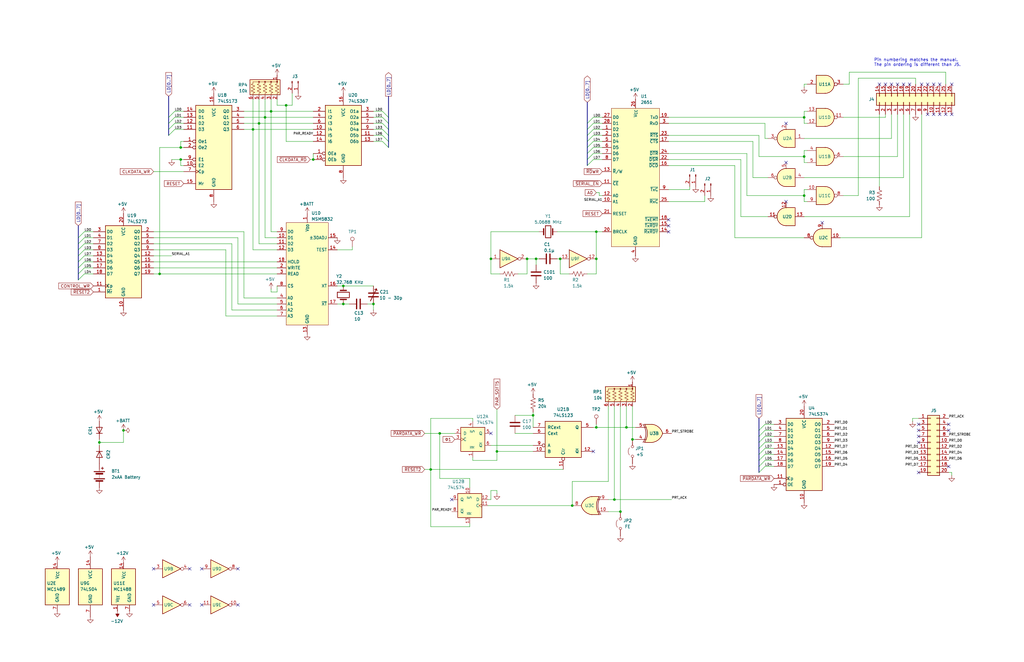
<source format=kicad_sch>
(kicad_sch (version 20231120) (generator "eeschema") (generator_version "8.0")
  (paper "USLedger")
  (title_block (title "Mountain Computer CPS Multifunction Card") (date "2024-08-20") (comment 2 "captured by Mark Aikens") (comment 3 "by Mountain Computer") (comment 4 "Multifunction Clock/Parallel/Serial interface for Apple II"))
  (junction (at 76.2 62.23))
  (junction (at 144.78 128.27))
  (junction (at 157.48 128.27))
  (junction (at 120.65 44.45))
  (junction (at 209.55 190.5))
  (junction (at 226.06 109.22))
  (junction (at 111.76 49.53))
  (junction (at 264.16 180.34))
  (junction (at 132.08 67.31))
  (junction (at 251.46 180.34))
  (junction (at 251.46 97.79))
  (junction (at 181.61 198.12))
  (junction (at 67.31 115.57))
  (junction (at 76.2 67.31))
  (junction (at 41.91 186.69))
  (junction (at 52.07 181.61))
  (junction (at 339.09 66.04))
  (junction (at 241.3 213.36))
  (junction (at 109.22 52.07))
  (junction (at 266.7 185.42))
  (junction (at 144.78 120.65))
  (junction (at 339.09 82.55))
  (junction (at 222.25 109.22))
  (junction (at 259.08 210.82))
  (junction (at 236.22 109.22))
  (junction (at 207.01 109.22))
  (junction (at 114.3 46.99))
  (junction (at 261.62 215.9))
  (junction (at 251.46 109.22))
  (junction (at 106.68 54.61))
  (junction (at 185.42 182.88))
  (junction (at 224.79 175.26))
  (junction (at 339.09 49.53))
  (no_connect (at 64.77 240.03))
  (no_connect (at 85.09 240.03))
  (no_connect (at 190.5 210.82))
  (no_connect (at 387.35 184.15))
  (no_connect (at 373.38 35.56))
  (no_connect (at 207.01 182.88))
  (no_connect (at 281.94 92.71))
  (no_connect (at 388.62 35.56))
  (no_connect (at 387.35 199.39))
  (no_connect (at 393.7 35.56))
  (no_connect (at 391.16 48.26))
  (no_connect (at 100.33 240.03))
  (no_connect (at 391.16 35.56))
  (no_connect (at 331.47 85.09))
  (no_connect (at 381 35.56))
  (no_connect (at 387.35 179.07))
  (no_connect (at 80.01 255.27))
  (no_connect (at 393.7 48.26))
  (no_connect (at 85.09 255.27))
  (no_connect (at 100.33 255.27))
  (no_connect (at 64.77 255.27))
  (no_connect (at 375.92 35.56))
  (no_connect (at 370.84 35.56))
  (no_connect (at 387.35 181.61))
  (no_connect (at 396.24 35.56))
  (no_connect (at 387.35 186.69))
  (no_connect (at 331.47 52.07))
  (no_connect (at 401.32 35.56))
  (no_connect (at 80.01 240.03))
  (no_connect (at 250.19 190.5))
  (no_connect (at 281.94 97.79))
  (no_connect (at 400.05 179.07))
  (no_connect (at 378.46 35.56))
  (no_connect (at 331.47 68.58))
  (no_connect (at 401.32 48.26))
  (no_connect (at 400.05 196.85))
  (no_connect (at 346.71 93.98))
  (no_connect (at 281.94 95.25))
  (no_connect (at 383.54 35.56))
  (no_connect (at 400.05 181.61))
  (no_connect (at 398.78 48.26))
  (no_connect (at 396.24 48.26))
  (bus_entry (at 322.58 191.77) (size -2.54 2.54))
  (bus_entry (at 35.56 107.95) (size -2.54 2.54))
  (bus_entry (at 161.29 46.99) (size 2.54 2.54))
  (bus_entry (at 250.19 49.53) (size -2.54 2.54))
  (bus_entry (at 250.19 57.15) (size -2.54 2.54))
  (bus_entry (at 322.58 186.69) (size -2.54 2.54))
  (bus_entry (at 161.29 49.53) (size 2.54 2.54))
  (bus_entry (at 35.56 102.87) (size -2.54 2.54))
  (bus_entry (at 161.29 57.15) (size 2.54 2.54))
  (bus_entry (at 73.66 52.07) (size -2.54 2.54))
  (bus_entry (at 73.66 49.53) (size -2.54 2.54))
  (bus_entry (at 35.56 97.79) (size -2.54 2.54))
  (bus_entry (at 35.56 110.49) (size -2.54 2.54))
  (bus_entry (at 35.56 105.41) (size -2.54 2.54))
  (bus_entry (at 250.19 67.31) (size -2.54 2.54))
  (bus_entry (at 322.58 196.85) (size -2.54 2.54))
  (bus_entry (at 35.56 100.33) (size -2.54 2.54))
  (bus_entry (at 250.19 62.23) (size -2.54 2.54))
  (bus_entry (at 322.58 194.31) (size -2.54 2.54))
  (bus_entry (at 250.19 52.07) (size -2.54 2.54))
  (bus_entry (at 322.58 189.23) (size -2.54 2.54))
  (bus_entry (at 35.56 115.57) (size -2.54 2.54))
  (bus_entry (at 322.58 184.15) (size -2.54 2.54))
  (bus_entry (at 35.56 113.03) (size -2.54 2.54))
  (bus_entry (at 250.19 59.69) (size -2.54 2.54))
  (bus_entry (at 161.29 59.69) (size 2.54 2.54))
  (bus_entry (at 161.29 52.07) (size 2.54 2.54))
  (bus_entry (at 73.66 54.61) (size -2.54 2.54))
  (bus_entry (at 250.19 54.61) (size -2.54 2.54))
  (bus_entry (at 73.66 46.99) (size -2.54 2.54))
  (bus_entry (at 250.19 64.77) (size -2.54 2.54))
  (bus_entry (at 161.29 54.61) (size 2.54 2.54))
  (bus_entry (at 322.58 179.07) (size -2.54 2.54))
  (bus_entry (at 322.58 181.61) (size -2.54 2.54))
  (wire (pts (xy 132.08 59.69) (xy 120.65 59.69)))
  (wire (pts (xy 64.77 105.41) (xy 95.25 105.41)))
  (wire (pts (xy 209.55 190.5) (xy 224.79 190.5)))
  (wire (pts (xy 130.81 67.31) (xy 132.08 67.31)))
  (wire (pts (xy 35.56 113.03) (xy 39.37 113.03)))
  (wire (pts (xy 102.87 97.79) (xy 102.87 125.73)))
  (wire (pts (xy 157.48 57.15) (xy 161.29 57.15)))
  (wire (pts (xy 354.33 100.33) (xy 388.62 100.33)))
  (wire (pts (xy 322.58 184.15) (xy 326.39 184.15)))
  (bus (pts (xy 163.83 57.15) (xy 163.83 59.69)))
  (wire (pts (xy 116.84 41.91) (xy 116.84 44.45)))
  (wire (pts (xy 207.01 97.79) (xy 207.01 109.22)))
  (wire (pts (xy 250.19 62.23) (xy 254 62.23)))
  (wire (pts (xy 387.35 176.53) (xy 384.81 176.53)))
  (wire (pts (xy 73.66 49.53) (xy 77.47 49.53)))
  (wire (pts (xy 259.08 210.82) (xy 283.21 210.82)))
  (wire (pts (xy 317.5 74.93) (xy 323.85 74.93)))
  (wire (pts (xy 116.84 44.45) (xy 120.65 44.45)))
  (wire (pts (xy 355.6 66.04) (xy 378.46 66.04)))
  (wire (pts (xy 217.17 175.26) (xy 224.79 175.26)))
  (wire (pts (xy 114.3 46.99) (xy 114.3 97.79)))
  (wire (pts (xy 224.79 180.34) (xy 224.79 175.26)))
  (wire (pts (xy 199.39 194.31) (xy 209.55 194.31)))
  (wire (pts (xy 106.68 105.41) (xy 116.84 105.41)))
  (bus (pts (xy 33.02 95.25) (xy 33.02 100.33)))
  (wire (pts (xy 73.66 46.99) (xy 77.47 46.99)))
  (wire (pts (xy 250.19 54.61) (xy 254 54.61)))
  (wire (pts (xy 35.56 107.95) (xy 39.37 107.95)))
  (wire (pts (xy 240.03 115.57) (xy 236.22 115.57)))
  (wire (pts (xy 388.62 100.33) (xy 388.62 48.26)))
  (bus (pts (xy 320.04 181.61) (xy 320.04 184.15)))
  (wire (pts (xy 373.38 49.53) (xy 373.38 48.26)))
  (wire (pts (xy 320.04 66.04) (xy 339.09 66.04)))
  (wire (pts (xy 95.25 133.35) (xy 116.84 133.35)))
  (bus (pts (xy 247.65 62.23) (xy 247.65 64.77)))
  (wire (pts (xy 106.68 54.61) (xy 106.68 105.41)))
  (wire (pts (xy 234.95 109.22) (xy 236.22 109.22)))
  (wire (pts (xy 114.3 123.19) (xy 116.84 123.19)))
  (wire (pts (xy 251.46 97.79) (xy 251.46 109.22)))
  (wire (pts (xy 35.56 100.33) (xy 39.37 100.33)))
  (wire (pts (xy 281.94 80.01) (xy 290.83 80.01)))
  (bus (pts (xy 33.02 110.49) (xy 33.02 113.03)))
  (wire (pts (xy 281.94 52.07) (xy 322.58 52.07)))
  (wire (pts (xy 250.19 49.53) (xy 254 49.53)))
  (wire (pts (xy 52.07 181.61) (xy 52.07 186.69)))
  (wire (pts (xy 261.62 215.9) (xy 256.54 215.9)))
  (wire (pts (xy 322.58 181.61) (xy 326.39 181.61)))
  (bus (pts (xy 247.65 52.07) (xy 247.65 54.61)))
  (wire (pts (xy 381 74.93) (xy 381 48.26)))
  (wire (pts (xy 312.42 91.44) (xy 323.85 91.44)))
  (wire (pts (xy 132.08 67.31) (xy 132.08 64.77)))
  (wire (pts (xy 355.6 49.53) (xy 373.38 49.53)))
  (wire (pts (xy 250.19 52.07) (xy 254 52.07)))
  (wire (pts (xy 250.19 57.15) (xy 254 57.15)))
  (wire (pts (xy 114.3 46.99) (xy 132.08 46.99)))
  (wire (pts (xy 339.09 46.99) (xy 339.09 49.53)))
  (wire (pts (xy 77.47 59.69) (xy 76.2 59.69)))
  (wire (pts (xy 205.74 213.36) (xy 241.3 213.36)))
  (wire (pts (xy 41.91 185.42) (xy 41.91 186.69)))
  (wire (pts (xy 181.61 176.53) (xy 199.39 176.53)))
  (wire (pts (xy 109.22 102.87) (xy 116.84 102.87)))
  (wire (pts (xy 64.77 100.33) (xy 100.33 100.33)))
  (wire (pts (xy 157.48 46.99) (xy 161.29 46.99)))
  (wire (pts (xy 320.04 66.04) (xy 320.04 57.15)))
  (wire (pts (xy 77.47 67.31) (xy 76.2 67.31)))
  (wire (pts (xy 339.09 52.07) (xy 339.09 49.53)))
  (wire (pts (xy 73.66 52.07) (xy 77.47 52.07)))
  (wire (pts (xy 106.68 41.91) (xy 106.68 54.61)))
  (wire (pts (xy 123.19 39.37) (xy 123.19 44.45)))
  (wire (pts (xy 198.12 205.74) (xy 198.12 201.93)))
  (wire (pts (xy 185.42 182.88) (xy 191.77 182.88)))
  (wire (pts (xy 247.65 115.57) (xy 251.46 115.57)))
  (wire (pts (xy 148.59 105.41) (xy 148.59 104.14)))
  (bus (pts (xy 247.65 57.15) (xy 247.65 59.69)))
  (wire (pts (xy 251.46 97.79) (xy 254 97.79)))
  (wire (pts (xy 198.12 201.93) (xy 185.42 201.93)))
  (wire (pts (xy 386.08 33.02) (xy 386.08 35.56)))
  (bus (pts (xy 33.02 102.87) (xy 33.02 105.41)))
  (bus (pts (xy 33.02 115.57) (xy 33.02 118.11)))
  (wire (pts (xy 102.87 54.61) (xy 106.68 54.61)))
  (wire (pts (xy 207.01 187.96) (xy 224.79 187.96)))
  (bus (pts (xy 163.83 52.07) (xy 163.83 54.61)))
  (wire (pts (xy 297.18 85.09) (xy 281.94 85.09)))
  (wire (pts (xy 97.79 130.81) (xy 116.84 130.81)))
  (bus (pts (xy 320.04 176.53) (xy 320.04 181.61)))
  (bus (pts (xy 33.02 105.41) (xy 33.02 107.95)))
  (wire (pts (xy 64.77 115.57) (xy 67.31 115.57)))
  (wire (pts (xy 102.87 46.99) (xy 114.3 46.99)))
  (bus (pts (xy 320.04 184.15) (xy 320.04 186.69)))
  (wire (pts (xy 340.36 35.56) (xy 339.09 35.56)))
  (wire (pts (xy 236.22 115.57) (xy 236.22 109.22)))
  (wire (pts (xy 35.56 105.41) (xy 39.37 105.41)))
  (wire (pts (xy 97.79 102.87) (xy 97.79 130.81)))
  (bus (pts (xy 320.04 191.77) (xy 320.04 194.31)))
  (bus (pts (xy 163.83 40.64) (xy 163.83 49.53)))
  (wire (pts (xy 314.96 64.77) (xy 314.96 82.55)))
  (wire (pts (xy 281.94 69.85) (xy 309.88 69.85)))
  (wire (pts (xy 251.46 81.28) (xy 252.73 81.28)))
  (wire (pts (xy 314.96 82.55) (xy 339.09 82.55)))
  (wire (pts (xy 102.87 125.73) (xy 116.84 125.73)))
  (wire (pts (xy 322.58 191.77) (xy 326.39 191.77)))
  (wire (pts (xy 312.42 67.31) (xy 312.42 91.44)))
  (bus (pts (xy 247.65 64.77) (xy 247.65 67.31)))
  (wire (pts (xy 320.04 57.15) (xy 281.94 57.15)))
  (wire (pts (xy 261.62 171.45) (xy 261.62 215.9)))
  (wire (pts (xy 322.58 196.85) (xy 326.39 196.85)))
  (wire (pts (xy 100.33 128.27) (xy 116.84 128.27)))
  (wire (pts (xy 227.33 109.22) (xy 226.06 109.22)))
  (wire (pts (xy 358.14 35.56) (xy 358.14 30.48)))
  (wire (pts (xy 322.58 58.42) (xy 323.85 58.42)))
  (bus (pts (xy 247.65 59.69) (xy 247.65 62.23)))
  (wire (pts (xy 401.32 199.39) (xy 400.05 199.39)))
  (wire (pts (xy 370.84 48.26) (xy 370.84 78.74)))
  (wire (pts (xy 317.5 74.93) (xy 317.5 59.69)))
  (bus (pts (xy 163.83 49.53) (xy 163.83 52.07)))
  (wire (pts (xy 224.79 173.99) (xy 224.79 175.26)))
  (bus (pts (xy 320.04 194.31) (xy 320.04 196.85)))
  (wire (pts (xy 339.09 68.58) (xy 340.36 68.58)))
  (wire (pts (xy 358.14 30.48) (xy 398.78 30.48)))
  (wire (pts (xy 224.79 182.88) (xy 217.17 182.88)))
  (wire (pts (xy 340.36 80.01) (xy 339.09 80.01)))
  (bus (pts (xy 71.12 52.07) (xy 71.12 54.61)))
  (wire (pts (xy 207.01 210.82) (xy 205.74 210.82)))
  (wire (pts (xy 339.09 66.04) (xy 339.09 68.58)))
  (wire (pts (xy 355.6 82.55) (xy 361.95 82.55)))
  (wire (pts (xy 222.25 109.22) (xy 226.06 109.22)))
  (wire (pts (xy 383.54 91.44) (xy 383.54 48.26)))
  (wire (pts (xy 250.19 59.69) (xy 254 59.69)))
  (wire (pts (xy 264.16 171.45) (xy 264.16 180.34)))
  (wire (pts (xy 207.01 109.22) (xy 207.01 115.57)))
  (wire (pts (xy 109.22 52.07) (xy 132.08 52.07)))
  (wire (pts (xy 35.56 102.87) (xy 39.37 102.87)))
  (bus (pts (xy 71.12 54.61) (xy 71.12 57.15)))
  (wire (pts (xy 67.31 115.57) (xy 67.31 62.23)))
  (wire (pts (xy 339.09 58.42) (xy 375.92 58.42)))
  (wire (pts (xy 222.25 115.57) (xy 218.44 115.57)))
  (wire (pts (xy 199.39 176.53) (xy 199.39 177.8)))
  (wire (pts (xy 252.73 82.55) (xy 254 82.55)))
  (wire (pts (xy 358.14 35.56) (xy 355.6 35.56)))
  (wire (pts (xy 157.48 52.07) (xy 161.29 52.07)))
  (wire (pts (xy 199.39 193.04) (xy 199.39 194.31)))
  (wire (pts (xy 64.77 72.39) (xy 77.47 72.39)))
  (wire (pts (xy 250.19 64.77) (xy 254 64.77)))
  (wire (pts (xy 106.68 54.61) (xy 132.08 54.61)))
  (wire (pts (xy 144.78 120.65) (xy 157.48 120.65)))
  (wire (pts (xy 109.22 41.91) (xy 109.22 52.07)))
  (wire (pts (xy 95.25 105.41) (xy 95.25 133.35)))
  (wire (pts (xy 340.36 52.07) (xy 339.09 52.07)))
  (wire (pts (xy 144.78 128.27) (xy 147.32 128.27)))
  (wire (pts (xy 210.82 115.57) (xy 207.01 115.57)))
  (wire (pts (xy 251.46 180.34) (xy 251.46 179.07)))
  (wire (pts (xy 251.46 180.34) (xy 264.16 180.34)))
  (wire (pts (xy 111.76 49.53) (xy 132.08 49.53)))
  (wire (pts (xy 339.09 80.01) (xy 339.09 82.55)))
  (wire (pts (xy 76.2 69.85) (xy 76.2 67.31)))
  (wire (pts (xy 157.48 59.69) (xy 161.29 59.69)))
  (wire (pts (xy 142.24 128.27) (xy 144.78 128.27)))
  (bus (pts (xy 163.83 54.61) (xy 163.83 57.15)))
  (wire (pts (xy 317.5 59.69) (xy 281.94 59.69)))
  (wire (pts (xy 297.18 82.55) (xy 297.18 85.09)))
  (wire (pts (xy 120.65 44.45) (xy 120.65 59.69)))
  (bus (pts (xy 320.04 196.85) (xy 320.04 199.39)))
  (wire (pts (xy 41.91 186.69) (xy 52.07 186.69)))
  (wire (pts (xy 207.01 207.01) (xy 209.55 207.01)))
  (wire (pts (xy 114.3 41.91) (xy 114.3 46.99)))
  (wire (pts (xy 111.76 49.53) (xy 111.76 100.33)))
  (wire (pts (xy 290.83 80.01) (xy 290.83 78.74)))
  (wire (pts (xy 73.66 54.61) (xy 77.47 54.61)))
  (wire (pts (xy 41.91 186.69) (xy 41.91 187.96)))
  (wire (pts (xy 241.3 213.36) (xy 241.3 203.2)))
  (wire (pts (xy 207.01 207.01) (xy 207.01 210.82)))
  (bus (pts (xy 320.04 189.23) (xy 320.04 191.77)))
  (bus (pts (xy 320.04 186.69) (xy 320.04 189.23)))
  (wire (pts (xy 226.06 111.76) (xy 226.06 109.22)))
  (wire (pts (xy 72.39 107.95) (xy 64.77 107.95)))
  (wire (pts (xy 322.58 179.07) (xy 326.39 179.07)))
  (wire (pts (xy 102.87 52.07) (xy 109.22 52.07)))
  (bus (pts (xy 163.83 59.69) (xy 163.83 62.23)))
  (wire (pts (xy 401.32 200.66) (xy 401.32 199.39)))
  (wire (pts (xy 154.94 128.27) (xy 157.48 128.27)))
  (wire (pts (xy 322.58 189.23) (xy 326.39 189.23)))
  (wire (pts (xy 339.09 91.44) (xy 383.54 91.44)))
  (wire (pts (xy 266.7 171.45) (xy 266.7 185.42)))
  (wire (pts (xy 67.31 115.57) (xy 116.84 115.57)))
  (wire (pts (xy 250.19 67.31) (xy 254 67.31)))
  (wire (pts (xy 76.2 59.69) (xy 76.2 62.23)))
  (wire (pts (xy 142.24 120.65) (xy 144.78 120.65)))
  (wire (pts (xy 181.61 198.12) (xy 237.49 198.12)))
  (wire (pts (xy 185.42 201.93) (xy 185.42 182.88)))
  (wire (pts (xy 266.7 185.42) (xy 267.97 185.42)))
  (wire (pts (xy 339.09 74.93) (xy 381 74.93)))
  (wire (pts (xy 157.48 54.61) (xy 161.29 54.61)))
  (wire (pts (xy 281.94 67.31) (xy 312.42 67.31)))
  (bus (pts (xy 247.65 67.31) (xy 247.65 69.85)))
  (wire (pts (xy 339.09 35.56) (xy 339.09 36.83)))
  (wire (pts (xy 64.77 113.03) (xy 116.84 113.03)))
  (bus (pts (xy 33.02 107.95) (xy 33.02 110.49)))
  (wire (pts (xy 198.12 222.25) (xy 198.12 220.98)))
  (wire (pts (xy 35.56 97.79) (xy 39.37 97.79)))
  (wire (pts (xy 35.56 110.49) (xy 39.37 110.49)))
  (wire (pts (xy 309.88 100.33) (xy 339.09 100.33)))
  (wire (pts (xy 309.88 69.85) (xy 309.88 100.33)))
  (wire (pts (xy 256.54 210.82) (xy 259.08 210.82)))
  (wire (pts (xy 251.46 115.57) (xy 251.46 109.22)))
  (wire (pts (xy 123.19 44.45) (xy 120.65 44.45)))
  (wire (pts (xy 109.22 52.07) (xy 109.22 102.87)))
  (wire (pts (xy 100.33 100.33) (xy 100.33 128.27)))
  (wire (pts (xy 114.3 97.79) (xy 116.84 97.79)))
  (wire (pts (xy 339.09 85.09) (xy 340.36 85.09)))
  (wire (pts (xy 111.76 41.91) (xy 111.76 49.53)))
  (bus (pts (xy 71.12 40.64) (xy 71.12 49.53)))
  (wire (pts (xy 157.48 130.81) (xy 157.48 128.27)))
  (wire (pts (xy 102.87 49.53) (xy 111.76 49.53)))
  (wire (pts (xy 322.58 58.42) (xy 322.58 52.07)))
  (wire (pts (xy 111.76 100.33) (xy 116.84 100.33)))
  (wire (pts (xy 398.78 35.56) (xy 398.78 30.48)))
  (wire (pts (xy 35.56 115.57) (xy 39.37 115.57)))
  (wire (pts (xy 281.94 49.53) (xy 339.09 49.53)))
  (wire (pts (xy 157.48 49.53) (xy 161.29 49.53)))
  (wire (pts (xy 209.55 190.5) (xy 209.55 194.31)))
  (wire (pts (xy 179.07 182.88) (xy 185.42 182.88)))
  (wire (pts (xy 250.19 180.34) (xy 251.46 180.34)))
  (wire (pts (xy 209.55 172.72) (xy 209.55 190.5)))
  (wire (pts (xy 142.24 105.41) (xy 148.59 105.41)))
  (wire (pts (xy 181.61 198.12) (xy 181.61 222.25)))
  (wire (pts (xy 252.73 81.28) (xy 252.73 82.55)))
  (wire (pts (xy 340.36 46.99) (xy 339.09 46.99)))
  (wire (pts (xy 222.25 109.22) (xy 222.25 115.57)))
  (wire (pts (xy 76.2 62.23) (xy 77.47 62.23)))
  (wire (pts (xy 207.01 97.79) (xy 227.33 97.79)))
  (wire (pts (xy 241.3 203.2) (xy 256.54 203.2)))
  (wire (pts (xy 259.08 171.45) (xy 259.08 210.82)))
  (wire (pts (xy 64.77 102.87) (xy 97.79 102.87)))
  (wire (pts (xy 64.77 110.49) (xy 116.84 110.49)))
  (wire (pts (xy 322.58 194.31) (xy 326.39 194.31)))
  (wire (pts (xy 375.92 58.42) (xy 375.92 48.26)))
  (bus (pts (xy 33.02 100.33) (xy 33.02 102.87)))
  (wire (pts (xy 67.31 62.23) (xy 76.2 62.23)))
  (wire (pts (xy 281.94 64.77) (xy 314.96 64.77)))
  (wire (pts (xy 209.55 207.01) (xy 209.55 208.28)))
  (wire (pts (xy 322.58 186.69) (xy 326.39 186.69)))
  (wire (pts (xy 234.95 97.79) (xy 251.46 97.79)))
  (wire (pts (xy 256.54 171.45) (xy 256.54 203.2)))
  (bus (pts (xy 247.65 54.61) (xy 247.65 57.15)))
  (wire (pts (xy 264.16 180.34) (xy 267.97 180.34)))
  (wire (pts (xy 378.46 66.04) (xy 378.46 48.26)))
  (wire (pts (xy 361.95 33.02) (xy 361.95 82.55)))
  (wire (pts (xy 179.07 198.12) (xy 181.61 198.12)))
  (wire (pts (xy 198.12 222.25) (xy 181.61 222.25)))
  (bus (pts (xy 247.65 43.18) (xy 247.65 52.07)))
  (wire (pts (xy 384.81 176.53) (xy 384.81 177.8)))
  (wire (pts (xy 116.84 123.19) (xy 116.84 120.65)))
  (wire (pts (xy 114.3 123.19) (xy 114.3 121.92)))
  (wire (pts (xy 181.61 198.12) (xy 181.61 176.53)))
  (wire (pts (xy 64.77 97.79) (xy 102.87 97.79)))
  (bus (pts (xy 71.12 49.53) (xy 71.12 52.07)))
  (wire (pts (xy 361.95 33.02) (xy 386.08 33.02)))
  (wire (pts (xy 77.47 69.85) (xy 76.2 69.85)))
  (wire (pts (xy 339.09 63.5) (xy 339.09 66.04)))
  (wire (pts (xy 340.36 63.5) (xy 339.09 63.5)))
  (wire (pts (xy 339.09 82.55) (xy 339.09 85.09)))
  (wire (pts (xy 76.2 67.31) (xy 72.39 67.31)))
  (bus (pts (xy 33.02 113.03) (xy 33.02 115.57)))
  (text "Pin numbering matches the manual.\nThe pin ordering is different than J5." (at 368.554 26.416 0) (effects (font (size 1.27 1.27)) (justify left)))
  (label "LD7" (at 161.29 59.69 180) (effects (font (size 1 1))))
  (label "LD0" (at 250.19 49.53 0) (effects (font (size 1 1))))
  (label "PRT_D5" (at 351.79 194.31 0) (effects (font (size 1 1))))
  (label "LD3" (at 322.58 186.69 0) (effects (font (size 1 1))))
  (label "LD2" (at 322.58 184.15 0) (effects (font (size 1 1))))
  (label "PRT_D3" (at 387.35 191.77 180) (effects (font (size 1 1))))
  (label "LD0" (at 322.58 179.07 0) (effects (font (size 1 1))))
  (label "LD3" (at 35.56 105.41 0) (effects (font (size 1 1))))
  (label "LD0" (at 73.66 46.99 0) (effects (font (size 1 1))))
  (label "PRT_D1" (at 351.79 181.61 0) (effects (font (size 1 1))))
  (label "PRT_D5" (at 387.35 194.31 180) (effects (font (size 1 1))))
  (label "PRT_D0" (at 400.05 186.69 0) (effects (font (size 1 1))))
  (label "LD5" (at 322.58 194.31 0) (effects (font (size 1 1))))
  (label "LD7" (at 35.56 107.95 0) (effects (font (size 1 1))))
  (label "LD0" (at 35.56 97.79 0) (effects (font (size 1 1))))
  (label "LD7" (at 250.19 67.31 0) (effects (font (size 1 1))))
  (label "LD4" (at 322.58 196.85 0) (effects (font (size 1 1))))
  (label "LD1" (at 73.66 49.53 0) (effects (font (size 1 1))))
  (label "LD2" (at 161.29 52.07 180) (effects (font (size 1 1))))
  (label "PRT_ACK" (at 283.21 210.82 0) (effects (font (size 1 1))))
  (label "LD6" (at 161.29 57.15 180) (effects (font (size 1 1))))
  (label "LD1" (at 161.29 49.53 180) (effects (font (size 1 1))))
  (label "LD3" (at 250.19 57.15 0) (effects (font (size 1 1))))
  (label "LD1" (at 322.58 181.61 0) (effects (font (size 1 1))))
  (label "LD3" (at 161.29 54.61 180) (effects (font (size 1 1))))
  (label "PRT_D7" (at 387.35 196.85 180) (effects (font (size 1 1))))
  (label "PRT_D4" (at 351.79 196.85 0) (effects (font (size 1 1))))
  (label "PRT_D6" (at 351.79 191.77 0) (effects (font (size 1 1))))
  (label "PRT_D4" (at 400.05 191.77 0) (effects (font (size 1 1))))
  (label "PRT_D7" (at 351.79 189.23 0) (effects (font (size 1 1))))
  (label "LD5" (at 35.56 113.03 0) (effects (font (size 1 1))))
  (label "LD5" (at 250.19 62.23 0) (effects (font (size 1 1))))
  (label "PRT_D0" (at 351.79 179.07 0) (effects (font (size 1 1))))
  (label "SERIAL_A1" (at 72.39 107.95 0) (effects (font (size 1 1))))
  (label "LD4" (at 250.19 59.69 0) (effects (font (size 1 1))))
  (label "LD6" (at 322.58 191.77 0) (effects (font (size 1 1))))
  (label "PRT_STROBE" (at 400.05 184.15 0) (effects (font (size 1 1))))
  (label "PRT_D6" (at 400.05 194.31 0) (effects (font (size 1 1))))
  (label "PAR_READY" (at 190.5 215.9 180) (effects (font (size 1 1))))
  (label "PRT_D3" (at 351.79 186.69 0) (effects (font (size 1 1))))
  (label "PRT_D2" (at 400.05 189.23 0) (effects (font (size 1 1))))
  (label "PRT_D2" (at 351.79 184.15 0) (effects (font (size 1 1))))
  (label "LD6" (at 35.56 110.49 0) (effects (font (size 1 1))))
  (label "SERIAL_A1" (at 254 85.09 180) (effects (font (size 1 1))))
  (label "LD4" (at 35.56 115.57 0) (effects (font (size 1 1))))
  (label "LD0" (at 161.29 46.99 180) (effects (font (size 1 1))))
  (label "PRT_ACK" (at 400.05 176.53 0) (effects (font (size 1 1))))
  (label "LD7" (at 322.58 189.23 0) (effects (font (size 1 1))))
  (label "LD2" (at 73.66 52.07 0) (effects (font (size 1 1))))
  (label "PRT_STROBE" (at 283.21 182.88 0) (effects (font (size 1 1))))
  (label "LD3" (at 73.66 54.61 0) (effects (font (size 1 1))))
  (label "LD1" (at 250.19 52.07 0) (effects (font (size 1 1))))
  (label "LD2" (at 250.19 54.61 0) (effects (font (size 1 1))))
  (label "LD2" (at 35.56 102.87 0) (effects (font (size 1 1))))
  (label "PRT_D1" (at 387.35 189.23 180) (effects (font (size 1 1))))
  (label "LD1" (at 35.56 100.33 0) (effects (font (size 1 1))))
  (label "LD6" (at 250.19 64.77 0) (effects (font (size 1 1))))
  (label "PAR_READY" (at 132.08 57.15 180) (effects (font (size 1 1))))
  (global_label "A0" (shape input) (at 251.46 81.28 180) (property "Intersheetrefs" "${INTERSHEET_REFS}" (effects (hide yes))))
  (global_label "~{RESET2}" (shape input) (at 39.37 123.19 180) (property "Intersheetrefs" "${INTERSHEET_REFS}" (effects (hide yes))))
  (global_label "LD[0..7]" (shape input) (at 320.04 176.53 90) (property "Intersheetrefs" "${INTERSHEET_REFS}" (effects (hide yes))))
  (global_label "Φ1" (shape input) (at 191.77 185.42 180) (property "Intersheetrefs" "${INTERSHEET_REFS}" (effects (hide yes))))
  (global_label "LD[0..7]" (shape output) (at 163.83 40.64 90) (property "Intersheetrefs" "${INTERSHEET_REFS}" (effects (hide yes))))
  (global_label "LD[0..7]" (shape bidirectional) (at 247.65 43.18 90) (property "Intersheetrefs" "${INTERSHEET_REFS}" (effects (hide yes))))
  (global_label "LD[0..7]" (shape input) (at 71.12 40.64 90) (property "Intersheetrefs" "${INTERSHEET_REFS}" (effects (hide yes))))
  (global_label "~{PARDATA_WR}" (shape input) (at 179.07 182.88 180) (property "Intersheetrefs" "${INTERSHEET_REFS}" (effects (hide yes))))
  (global_label "~{RESET2}" (shape input) (at 179.07 198.12 180) (property "Intersheetrefs" "${INTERSHEET_REFS}" (effects (hide yes))))
  (global_label "LD[0..7]" (shape input) (at 33.02 95.25 90) (property "Intersheetrefs" "${INTERSHEET_REFS}" (effects (hide yes))))
  (global_label "~{SERIAL_EN}" (shape input) (at 254 77.47 180) (property "Intersheetrefs" "${INTERSHEET_REFS}" (effects (hide yes))))
  (global_label "CONTROL_WR" (shape input) (at 39.37 120.65 180) (property "Intersheetrefs" "${INTERSHEET_REFS}" (effects (hide yes))))
  (global_label "~{RD}WR" (shape input) (at 254 72.39 180) (property "Intersheetrefs" "${INTERSHEET_REFS}" (effects (hide yes))))
  (global_label "CLKDATA_WR" (shape input) (at 64.77 72.39 180) (property "Intersheetrefs" "${INTERSHEET_REFS}" (effects (hide yes))))
  (global_label "~{CLKDATA_RD}" (shape input) (at 130.81 67.31 180) (property "Intersheetrefs" "${INTERSHEET_REFS}" (effects (hide yes))))
  (global_label "RESET" (shape input) (at 254 90.17 180) (property "Intersheetrefs" "${INTERSHEET_REFS}" (effects (hide yes))))
  (global_label "PAR_SOFT5" (shape input) (at 209.55 172.72 90) (property "Intersheetrefs" "${INTERSHEET_REFS}" (effects (hide yes))))
  (global_label "~{PARDATA_WR}" (shape input) (at 326.39 201.93 180) (property "Intersheetrefs" "${INTERSHEET_REFS}" (effects (hide yes))))
  (global_label "RESET" (shape input) (at 77.47 77.47 180) (property "Intersheetrefs" "${INTERSHEET_REFS}" (effects (hide yes))))
  (symbol (lib_id "74xx:74LS173") (at 90.17 62.23 0) (unit 1)
    (property "Reference" "U18" (at 91.694 40.132 0) (effects (justify left)))
    (property "Value" "74LS173" (at 91.694 42.672 0) (effects (justify left)))
    (property "Datasheet" "http://www.ti.com/lit/gpn/sn74LS173" (effects (hide yes)))
    (property "Description" "4-bit D-type Register, 3 state out" (effects (hide yes)))
  )
  (symbol (lib_id "power:+5V") (at 41.91 177.8 0) (unit 1)
    (property "Reference" "#PWR014" (effects (hide yes)))
    (property "Value" "+5V" (at 41.402 173.736 0))
    (property "Description" "Power symbol creates a global label with name \"+5V\"" (effects (hide yes)))
  )
  (symbol (lib_id "power:+5V") (at 266.7 161.29 0) (unit 1)
    (property "Reference" "#PWR056" (effects (hide yes)))
    (property "Value" "+5V" (at 266.192 157.226 0))
    (property "Description" "Power symbol creates a global label with name \"+5V\"" (effects (hide yes)))
  )
  (symbol (lib_id "Connector:Conn_01x02_Pin") (at 299.72 77.47 270) (unit 1)
    (property "Reference" "J2" (at 297.18 75.438 90) (effects (justify left)))
    (property "Value" "Conn_01x02_Pin" (effects (hide yes)))
    (property "Description" "Generic connector, single row, 01x02, script generated" (effects (hide yes)))
  )
  (symbol (lib_id "power:GND") (at 370.84 86.36 0) (unit 1)
    (property "Reference" "#PWR069" (effects (hide yes)))
    (property "Value" "GND" (effects (hide yes)))
    (property "Description" "Power symbol creates a global label with name \"GND\" , ground" (effects (hide yes)))
  )
  (symbol (lib_id "power:GND") (at 129.54 140.97 0) (unit 1)
    (property "Reference" "#PWR031" (effects (hide yes)))
    (property "Value" "GND" (effects (hide yes)))
    (property "Description" "Power symbol creates a global label with name \"GND\" , ground" (effects (hide yes)))
  )
  (symbol (lib_id "Device:C") (at 151.13 128.27 90) (unit 1)
    (property "Reference" "C13" (at 149.352 132.08 90) (effects (justify right)))
    (property "Value" "10" (at 149.352 134.62 90) (effects (justify right)))
    (property "Description" "Unpolarized capacitor" (effects (hide yes)))
  )
  (symbol (lib_id "74xx:74LS04") (at 92.71 240.03 0) (unit 4)
    (property "Reference" "U9" (at 91.44 240.03 0))
    (property "Value" "74LS04" (effects (hide yes)))
    (property "Datasheet" "http://www.ti.com/lit/gpn/sn74LS04" (effects (hide yes)))
    (property "Description" "Hex Inverter" (effects (hide yes)))
  )
  (symbol (lib_id "Connector:TestPoint") (at 148.59 104.14 0) (unit 1)
    (property "Reference" "TP1" (at 146.812 97.79 0) (effects (justify left)))
    (property "Value" "TestPoint" (effects (hide yes)))
    (property "Description" "test point" (effects (hide yes)))
  )
  (symbol (lib_id "power:GND") (at 38.1 260.35 0) (unit 1)
    (property "Reference" "#PWR09" (effects (hide yes)))
    (property "Value" "GND" (effects (hide yes)))
    (property "Description" "Power symbol creates a global label with name \"GND\" , ground" (effects (hide yes)))
  )
  (symbol (lib_id "power:GND") (at 125.73 39.37 0) (unit 1)
    (property "Reference" "#PWR029" (effects (hide yes)))
    (property "Value" "GND" (effects (hide yes)))
    (property "Description" "Power symbol creates a global label with name \"GND\" , ground" (effects (hide yes)))
  )
  (symbol (lib_id "Transceiver_Legacy:MC1488") (at 52.07 247.65 0) (unit 5)
    (property "Reference" "U11" (at 47.752 246.126 0) (effects (justify left)))
    (property "Value" "MC1488" (at 47.752 248.666 0) (effects (justify left)))
    (property "Datasheet" "https://www.onsemi.com/pdf/datasheet/mc1488-d.pdf" (effects (hide yes)))
    (property "Description" "Quad Line EIA-232D Driver" (effects (hide yes)))
  )
  (symbol (lib_id "power:GND") (at 386.08 48.26 0) (unit 1)
    (property "Reference" "#PWR071" (effects (hide yes)))
    (property "Value" "GND" (effects (hide yes)))
    (property "Description" "Power symbol creates a global label with name \"GND\" , ground" (effects (hide yes)))
  )
  (symbol (lib_id "Transceiver_Legacy:MC1489") (at 346.71 100.33 0) (mirror y) (unit 3)
    (property "Reference" "U2" (at 347.218 100.33 0))
    (property "Value" "MC1489" (effects (hide yes)))
    (property "Datasheet" "https://www.onsemi.com/pdf/datasheet/mc1489-d.pdf" (effects (hide yes)))
    (property "Description" "Quad Line EIA-232D Receivers" (effects (hide yes)))
  )
  (symbol (lib_id "Device:R_Network05_US") (at 261.62 166.37 0) (mirror y) (unit 1)
    (property "Reference" "RP1" (at 254 165.354 0) (effects (justify left)))
    (property "Value" "10k" (at 254 167.894 0) (effects (justify left)))
    (property "Footprint" "Resistor_THT:R_Array_SIP6" (effects (hide yes)))
    (property "Datasheet" "http://www.vishay.com/docs/31509/csc.pdf" (effects (hide yes)))
    (property "Description" "5 resistor network, star topology, bussed resistors, small US symbol" (effects (hide yes)))
  )
  (symbol (lib_id "74xx:74LS04") (at 38.1 247.65 0) (unit 7)
    (property "Reference" "U9" (at 33.782 246.126 0) (effects (justify left)))
    (property "Value" "74LS04" (at 33.782 248.666 0) (effects (justify left)))
    (property "Datasheet" "http://www.ti.com/lit/gpn/sn74LS04" (effects (hide yes)))
    (property "Description" "Hex Inverter" (effects (hide yes)))
  )
  (symbol (lib_id "Device:R_US") (at 243.84 115.57 90) (unit 1)
    (property "Reference" "R2" (at 241.3 118.11 90) (effects (justify right)))
    (property "Value" "1.5k" (at 241.3 120.65 90) (effects (justify right)))
    (property "Description" "Resistor, US symbol" (effects (hide yes)))
  )
  (symbol (lib_id "power:GND") (at 144.78 74.93 0) (unit 1)
    (property "Reference" "#PWR035" (effects (hide yes)))
    (property "Value" "GND" (effects (hide yes)))
    (property "Description" "Power symbol creates a global label with name \"GND\" , ground" (effects (hide yes)))
  )
  (symbol (lib_id "power:+5V") (at 339.09 171.45 0) (unit 1)
    (property "Reference" "#PWR064" (effects (hide yes)))
    (property "Value" "+5V" (at 338.582 167.386 0))
    (property "Description" "Power symbol creates a global label with name \"+5V\"" (effects (hide yes)))
  )
  (symbol (lib_id "power:+5V") (at 90.17 39.37 0) (unit 1)
    (property "Reference" "#PWR021" (effects (hide yes)))
    (property "Value" "+5V" (at 89.662 35.306 0))
    (property "Description" "Power symbol creates a global label with name \"+5V\"" (effects (hide yes)))
  )
  (symbol (lib_id "Transceiver_Legacy:MC1488") (at 347.98 66.04 0) (unit 2)
    (property "Reference" "U11" (at 347.726 66.04 0))
    (property "Value" "MC1488" (effects (hide yes)))
    (property "Datasheet" "https://www.onsemi.com/pdf/datasheet/mc1488-d.pdf" (effects (hide yes)))
    (property "Description" "Quad Line EIA-232D Driver" (effects (hide yes)))
  )
  (symbol (lib_id "power:GND") (at 339.09 36.83 0) (unit 1)
    (property "Reference" "#PWR067" (effects (hide yes)))
    (property "Value" "GND" (effects (hide yes)))
    (property "Description" "Power symbol creates a global label with name \"GND\" , ground" (effects (hide yes)))
  )
  (symbol (lib_id "74xx:74LS123") (at 237.49 185.42 0) (unit 2)
    (property "Reference" "U21" (at 237.49 172.72 0))
    (property "Value" "74LS123" (at 237.49 175.26 0))
    (property "Datasheet" "http://www.ti.com/lit/gpn/sn74LS123" (effects (hide yes)))
    (property "Description" "Dual retriggerable Monostable" (effects (hide yes)))
  )
  (symbol (lib_id "Connector:Conn_01x02_Pin") (at 293.37 73.66 270) (unit 1)
    (property "Reference" "J1" (at 290.83 71.628 90) (effects (justify left)))
    (property "Value" "Conn_01x02_Pin" (effects (hide yes)))
    (property "Description" "Generic connector, single row, 01x02, script generated" (effects (hide yes)))
  )
  (symbol (lib_id "Device:Crystal") (at 144.78 124.46 90) (unit 1)
    (property "Reference" "Y2" (at 141.732 116.586 90) (effects (justify right)))
    (property "Value" "32.768 KHz" (at 141.732 119.126 90) (effects (justify right)))
    (property "Description" "Two pin crystal" (effects (hide yes)))
  )
  (symbol (lib_id "Transceiver_Legacy:MC1488") (at 347.98 82.55 0) (unit 3)
    (property "Reference" "U11" (at 347.726 82.55 0))
    (property "Value" "MC1488" (effects (hide yes)))
    (property "Datasheet" "https://www.onsemi.com/pdf/datasheet/mc1488-d.pdf" (effects (hide yes)))
    (property "Description" "Quad Line EIA-232D Driver" (effects (hide yes)))
  )
  (symbol (lib_id "Device:R_US") (at 224.79 170.18 0) (unit 1)
    (property "Reference" "R5" (at 226.822 168.91 0) (effects (justify left)))
    (property "Value" "20k" (at 226.822 171.45 0) (effects (justify left)))
    (property "Description" "Resistor, US symbol" (effects (hide yes)))
  )
  (symbol (lib_id "power:PWR_FLAG") (at 52.07 181.61 270) (unit 1)
    (property "Reference" "#FLG01" (effects (hide yes)))
    (property "Value" "PWR_FLAG" (effects (hide yes)))
    (property "Description" "Special symbol for telling ERC where power comes from" (effects (hide yes)))
  )
  (symbol (lib_id "power:+5V") (at 224.79 166.37 0) (unit 1)
    (property "Reference" "#PWR046" (effects (hide yes)))
    (property "Value" "+5V" (at 224.282 162.306 0))
    (property "Description" "Power symbol creates a global label with name \"+5V\"" (effects (hide yes)))
  )
  (symbol (lib_id "power:+5V") (at 38.1 234.95 0) (unit 1)
    (property "Reference" "#PWR08" (effects (hide yes)))
    (property "Value" "+5V" (at 37.592 230.886 0))
    (property "Description" "Power symbol creates a global label with name \"+5V\"" (effects (hide yes)))
  )
  (symbol (lib_id "power:GND") (at 326.39 204.47 0) (unit 1)
    (property "Reference" "#PWR063" (effects (hide yes)))
    (property "Value" "GND" (effects (hide yes)))
    (property "Description" "Power symbol creates a global label with name \"GND\" , ground" (effects (hide yes)))
  )
  (symbol (lib_id "power:GND") (at 24.13 257.81 0) (unit 1)
    (property "Reference" "#PWR07" (effects (hide yes)))
    (property "Value" "GND" (effects (hide yes)))
    (property "Description" "Power symbol creates a global label with name \"GND\" , ground" (effects (hide yes)))
  )
  (symbol (lib_id "Transceiver_Legacy:MC1489") (at 24.13 247.65 0) (unit 5)
    (property "Reference" "U2" (at 19.812 246.126 0) (effects (justify left)))
    (property "Value" "MC1489" (at 19.812 248.666 0) (effects (justify left)))
    (property "Datasheet" "https://www.onsemi.com/pdf/datasheet/mc1489-d.pdf" (effects (hide yes)))
    (property "Description" "Quad Line EIA-232D Receivers" (effects (hide yes)))
  )
  (symbol (lib_id "Device:C") (at 226.06 115.57 0) (unit 1)
    (property "Reference" "C101" (at 229.108 114.808 0) (effects (justify left)))
    (property "Value" "100" (at 229.108 117.348 0) (effects (justify left)))
    (property "Description" "Unpolarized capacitor" (effects (hide yes)))
  )
  (symbol (lib_id "74xx:74LS04") (at 72.39 240.03 0) (unit 2)
    (property "Reference" "U9" (at 71.12 240.03 0))
    (property "Value" "74LS04" (effects (hide yes)))
    (property "Datasheet" "http://www.ti.com/lit/gpn/sn74LS04" (effects (hide yes)))
    (property "Description" "Hex Inverter" (effects (hide yes)))
  )
  (symbol (lib_id "74xx:74LS136") (at 248.92 213.36 0) (mirror y) (unit 3)
    (property "Reference" "U3" (at 248.666 213.36 0))
    (property "Value" "74LS136" (effects (hide yes)))
    (property "Datasheet" "http://www.ti.com/lit/ds/symlink/sn54ls136.pdf" (effects (hide yes)))
    (property "Description" "Quad 2-input XOR Open Collector" (effects (hide yes)))
  )
  (symbol (lib_id "Transceiver_Legacy:MC1488") (at 347.98 49.53 0) (unit 4)
    (property "Reference" "U11" (at 347.726 49.53 0))
    (property "Value" "MC1488" (effects (hide yes)))
    (property "Datasheet" "https://www.onsemi.com/pdf/datasheet/mc1488-d.pdf" (effects (hide yes)))
    (property "Description" "Quad Line EIA-232D Driver" (effects (hide yes)))
  )
  (symbol (lib_id "Transceiver_Legacy:MC1489") (at 331.47 58.42 0) (mirror y) (unit 1)
    (property "Reference" "U2" (at 331.978 58.42 0))
    (property "Value" "MC1489" (effects (hide yes)))
    (property "Datasheet" "https://www.onsemi.com/pdf/datasheet/mc1489-d.pdf" (effects (hide yes)))
    (property "Description" "Quad Line EIA-232D Receivers" (effects (hide yes)))
  )
  (symbol (lib_id "power:GND") (at 142.24 100.33 0) (unit 1)
    (property "Reference" "#PWR032" (effects (hide yes)))
    (property "Value" "GND" (effects (hide yes)))
    (property "Description" "Power symbol creates a global label with name \"GND\" , ground" (effects (hide yes)))
  )
  (symbol (lib_id "74xx:74LS374") (at 339.09 191.77 0) (unit 1)
    (property "Reference" "U4" (at 340.868 172.212 0) (effects (justify left)))
    (property "Value" "74LS374" (at 340.868 174.752 0) (effects (justify left)))
    (property "Datasheet" "http://www.ti.com/lit/gpn/sn74LS374" (effects (hide yes)))
    (property "Description" "8-bit Register, 3-state outputs" (effects (hide yes)))
  )
  (symbol (lib_id "power:GND") (at 41.91 205.74 0) (unit 1)
    (property "Reference" "#PWR015" (effects (hide yes)))
    (property "Value" "GND" (effects (hide yes)))
    (property "Description" "Power symbol creates a global label with name \"GND\" , ground" (effects (hide yes)))
  )
  (symbol (lib_id "Device:R_US") (at 370.84 82.55 0) (unit 1)
    (property "Reference" "R3" (at 369.062 81.28 0) (effects (justify right)))
    (property "Value" "100" (at 369.062 83.82 0) (effects (justify right)))
    (property "Description" "Resistor, US symbol" (effects (hide yes)))
  )
  (symbol (lib_id "power:GND") (at 384.81 177.8 0) (unit 1)
    (property "Reference" "#PWR070" (effects (hide yes)))
    (property "Value" "GND" (effects (hide yes)))
    (property "Description" "Power symbol creates a global label with name \"GND\" , ground" (effects (hide yes)))
  )
  (symbol (lib_id "74xx:74LS04") (at 72.39 255.27 0) (unit 3)
    (property "Reference" "U9" (at 71.12 255.27 0))
    (property "Value" "74LS04" (effects (hide yes)))
    (property "Datasheet" "http://www.ti.com/lit/gpn/sn74LS04" (effects (hide yes)))
    (property "Description" "Hex Inverter" (effects (hide yes)))
  )
  (symbol (lib_id "74xx:74LS273") (at 52.07 110.49 0) (unit 1)
    (property "Reference" "U19" (at 53.594 90.932 0) (effects (justify left)))
    (property "Value" "74LS273" (at 53.594 93.472 0) (effects (justify left)))
    (property "Datasheet" "http://www.ti.com/lit/gpn/sn74LS273" (effects (hide yes)))
    (property "Description" "8-bit D Flip-Flop, reset" (effects (hide yes)))
  )
  (symbol (lib_id "power:GND") (at 90.17 85.09 0) (unit 1)
    (property "Reference" "#PWR025" (effects (hide yes)))
    (property "Value" "GND" (effects (hide yes)))
    (property "Description" "Power symbol creates a global label with name \"GND\" , ground" (effects (hide yes)))
  )
  (symbol (lib_id "power:GND") (at 401.32 200.66 0) (unit 1)
    (property "Reference" "#PWR072" (effects (hide yes)))
    (property "Value" "GND" (effects (hide yes)))
    (property "Description" "Power symbol creates a global label with name \"GND\" , ground" (effects (hide yes)))
  )
  (symbol (lib_id "Interface_Legacy:2651") (at 267.97 74.93 0) (unit 1)
    (property "Reference" "U1" (at 270.1641 40.64 0) (effects (justify left)))
    (property "Value" "2651" (at 270.1641 43.18 0) (effects (justify left)))
    (property "Footprint" "Package_DIP:DIP-28_W15.24mm" (effects (hide yes)))
    (property "Description" "Programmable Communications Interface" (effects (hide yes)))
  )
  (symbol (lib_id "Transceiver_Legacy:MC1489") (at 331.47 91.44 0) (mirror y) (unit 4)
    (property "Reference" "U2" (at 331.978 91.44 0))
    (property "Value" "MC1489" (effects (hide yes)))
    (property "Datasheet" "https://www.onsemi.com/pdf/datasheet/mc1489-d.pdf" (effects (hide yes)))
    (property "Description" "Quad Line EIA-232D Receivers" (effects (hide yes)))
  )
  (symbol (lib_id "Connector_Generic:Conn_02x10_Odd_Even") (at 392.43 186.69 0) (unit 1)
    (property "Reference" "J5" (at 393.7 173.228 0))
    (property "Value" "Conn_02x10_Odd_Even" (effects (hide yes)))
    (property "Description" "Generic connector, double row, 02x10, odd/even pin numbering scheme (row 1 odd numbers, row 2 even numbers), script generated (kicad-library-utils/schlib/autogen/connector/)" (effects (hide yes)))
  )
  (symbol (lib_id "Device:Crystal") (at 231.14 97.79 180) (unit 1)
    (property "Reference" "Y1" (at 231.14 91.186 0))
    (property "Value" "5.0688 MHz" (at 231.14 93.726 0))
    (property "Description" "Two pin crystal" (effects (hide yes)))
  )
  (symbol (lib_id "Device:C") (at 231.14 109.22 90) (unit 1)
    (property "Reference" "C1" (at 229.362 103.124 90) (effects (justify right)))
    (property "Value" "0.1µ" (at 229.362 105.664 90) (effects (justify right)))
    (property "Description" "Unpolarized capacitor" (effects (hide yes)))
  )
  (symbol (lib_id "power:+5V") (at 114.3 121.92 0) (unit 1)
    (property "Reference" "#PWR026" (effects (hide yes)))
    (property "Value" "+5V" (at 113.792 117.856 0))
    (property "Description" "Power symbol creates a global label with name \"+5V\"" (effects (hide yes)))
  )
  (symbol (lib_id "Device:C") (at 217.17 179.07 0) (unit 1)
    (property "Reference" "C17" (at 220.218 177.8 0) (effects (justify left)))
    (property "Value" "100" (at 220.218 180.34 0) (effects (justify left)))
    (property "Description" "Unpolarized capacitor" (effects (hide yes)))
  )
  (symbol (lib_id "power:GND") (at 52.07 130.81 0) (unit 1)
    (property "Reference" "#PWR016" (effects (hide yes)))
    (property "Value" "GND" (effects (hide yes)))
    (property "Description" "Power symbol creates a global label with name \"GND\" , ground" (effects (hide yes)))
  )
  (symbol (lib_id "power:GND") (at 209.55 208.28 0) (mirror y) (unit 1)
    (property "Reference" "#PWR037" (effects (hide yes)))
    (property "Value" "GND" (effects (hide yes)))
    (property "Description" "Power symbol creates a global label with name \"GND\" , ground" (effects (hide yes)))
  )
  (symbol (lib_id "74xx:74LS367") (at 144.78 57.15 0) (unit 1)
    (property "Reference" "U20" (at 146.812 40.132 0) (effects (justify left)))
    (property "Value" "74LS367" (at 146.812 42.672 0) (effects (justify left)))
    (property "Datasheet" "http://www.ti.com/lit/gpn/sn74LS367" (effects (hide yes)))
    (property "Description" "Hex Bus Driver 3-state outputs" (effects (hide yes)))
  )
  (symbol (lib_id "power:GND") (at 339.09 212.09 0) (unit 1)
    (property "Reference" "#PWR066" (effects (hide yes)))
    (property "Value" "GND" (effects (hide yes)))
    (property "Description" "Power symbol creates a global label with name \"GND\" , ground" (effects (hide yes)))
  )
  (symbol (lib_id "power:+12V") (at 52.07 237.49 0) (unit 1)
    (property "Reference" "#PWR012" (effects (hide yes)))
    (property "Value" "+12V" (at 51.562 233.426 0))
    (property "Description" "Power symbol creates a global label with name \"+12V\"" (effects (hide yes)))
  )
  (symbol (lib_id "power:GND") (at 157.48 130.81 0) (unit 1)
    (property "Reference" "#PWR036" (effects (hide yes)))
    (property "Value" "GND" (effects (hide yes)))
    (property "Description" "Power symbol creates a global label with name \"GND\" , ground" (effects (hide yes)))
  )
  (symbol (lib_id "Device:D") (at 41.91 191.77 270) (unit 1)
    (property "Reference" "CR2" (at 45.72 191.77 0))
    (property "Value" "D" (effects (hide yes)))
    (property "Description" "Diode" (effects (hide yes)))
    (property "Sim.Device" "D" (effects (hide yes)))
    (property "Sim.Pins" "1=K 2=A" (effects (hide yes)))
  )
  (symbol (lib_id "Connector_Generic:Conn_02x13_Top_Bottom") (at 386.08 43.18 90) (unit 1)
    (property "Reference" "J4" (at 367.538 41.91 90))
    (property "Value" "Conn_02x13_Odd_Even" (effects (hide yes)))
    (property "Description" "Generic connector, double row, 02x13, top/bottom pin numbering scheme (row 1: 1...pins_per_row, row2: pins_per_row+1 ... num_pins), script generated (kicad-library-utils/schlib/autogen/connector/)" (effects (hide yes)))
  )
  (symbol (lib_id "power:GND") (at 226.06 119.38 0) (unit 1)
    (property "Reference" "#PWR038" (effects (hide yes)))
    (property "Value" "GND" (effects (hide yes)))
    (property "Description" "Power symbol creates a global label with name \"GND\" , ground" (effects (hide yes)))
  )
  (symbol (lib_id "power:+5V") (at 52.07 90.17 0) (unit 1)
    (property "Reference" "#PWR06" (effects (hide yes)))
    (property "Value" "+5V" (at 51.562 86.106 0))
    (property "Description" "Power symbol creates a global label with name \"+5V\"" (effects (hide yes)))
  )
  (symbol (lib_id "power:+BATT") (at 129.54 90.17 0) (unit 1)
    (property "Reference" "#PWR030" (effects (hide yes)))
    (property "Value" "+BATT" (at 129.286 86.106 0))
    (property "Description" "Power symbol creates a global label with name \"+BATT\"" (effects (hide yes)))
  )
  (symbol (lib_id "power:-12V") (at 49.53 257.81 180) (unit 1)
    (property "Reference" "#PWR010" (effects (hide yes)))
    (property "Value" "-12V" (at 49.276 262.128 0))
    (property "Description" "Power symbol creates a global label with name \"-12V\"" (effects (hide yes)))
  )
  (symbol (lib_id "power:GND") (at 299.72 82.55 0) (unit 1)
    (property "Reference" "#PWR062" (effects (hide yes)))
    (property "Value" "GND" (effects (hide yes)))
    (property "Description" "Power symbol creates a global label with name \"GND\" , ground" (effects (hide yes)))
  )
  (symbol (lib_id "power:+5V") (at 116.84 31.75 0) (unit 1)
    (property "Reference" "#PWR028" (effects (hide yes)))
    (property "Value" "+5V" (at 116.332 27.686 0))
    (property "Description" "Power symbol creates a global label with name \"+5V\"" (effects (hide yes)))
  )
  (symbol (lib_id "power:GND") (at 266.7 195.58 0) (unit 1)
    (property "Reference" "#PWR059" (effects (hide yes)))
    (property "Value" "GND" (effects (hide yes)))
    (property "Description" "Power symbol creates a global label with name \"GND\" , ground" (effects (hide yes)))
  )
  (symbol (lib_id "Device:C_Variable") (at 157.48 124.46 0) (unit 1)
    (property "Reference" "C21" (at 162.052 123.19 0))
    (property "Value" "10 - 30p" (at 164.846 125.73 0))
    (property "Description" "Variable capacitor" (effects (hide yes)))
  )
  (symbol (lib_id "power:+5V") (at 144.78 39.37 0) (unit 1)
    (property "Reference" "#PWR034" (effects (hide yes)))
    (property "Value" "+5V" (at 144.272 35.306 0))
    (property "Description" "Power symbol creates a global label with name \"+5V\"" (effects (hide yes)))
  )
  (symbol (lib_id "power:+5V") (at 267.97 41.91 0) (unit 1)
    (property "Reference" "#PWR048" (effects (hide yes)))
    (property "Value" "+5V" (at 267.462 37.846 0))
    (property "Description" "Power symbol creates a global label with name \"+5V\"" (effects (hide yes)))
  )
  (symbol (lib_id "power:+5V") (at 24.13 237.49 0) (unit 1)
    (property "Reference" "#PWR05" (effects (hide yes)))
    (property "Value" "+5V" (at 23.622 233.426 0))
    (property "Description" "Power symbol creates a global label with name \"+5V\"" (effects (hide yes)))
  )
  (symbol (lib_id "74xx:74LS04") (at 92.71 255.27 0) (unit 5)
    (property "Reference" "U9" (at 91.44 255.27 0))
    (property "Value" "74LS04" (effects (hide yes)))
    (property "Datasheet" "http://www.ti.com/lit/gpn/sn74LS04" (effects (hide yes)))
    (property "Description" "Hex Inverter" (effects (hide yes)))
  )
  (symbol (lib_id "power:GND") (at 267.97 107.95 0) (unit 1)
    (property "Reference" "#PWR049" (effects (hide yes)))
    (property "Value" "GND" (effects (hide yes)))
    (property "Description" "Power symbol creates a global label with name \"GND\" , ground" (effects (hide yes)))
  )
  (symbol (lib_id "74xx:74LS04") (at 214.63 109.22 0) (unit 1)
    (property "Reference" "U9" (at 213.36 109.22 0))
    (property "Value" "74LS04" (effects (hide yes)))
    (property "Datasheet" "http://www.ti.com/lit/gpn/sn74LS04" (effects (hide yes)))
    (property "Description" "Hex Inverter" (effects (hide yes)))
  )
  (symbol (lib_id "74xx:74LS74") (at 199.39 185.42 0) (unit 1)
    (property "Reference" "U12" (at 200.914 175.768 0) (effects (justify left)))
    (property "Value" "74LS74" (at 200.914 178.308 0) (effects (justify left)))
    (property "Datasheet" "74xx/74hc_hct74.pdf" (effects (hide yes)))
    (property "Description" "Dual D Flip-flop, Set & Reset" (effects (hide yes)))
  )
  (symbol (lib_id "power:GND") (at 54.61 257.81 0) (unit 1)
    (property "Reference" "#PWR013" (effects (hide yes)))
    (property "Value" "GND" (effects (hide yes)))
    (property "Description" "Power symbol creates a global label with name \"GND\" , ground" (effects (hide yes)))
  )
  (symbol (lib_id "Jumper:Jumper_2_Open") (at 261.62 220.98 90) (unit 1) (exclude_from_sim yes)
    (property "Reference" "JP2" (at 264.668 219.71 90))
    (property "Value" "FE" (at 264.668 222.25 90))
    (property "Description" "Jumper, 2-pole, open" (effects (hide yes)))
  )
  (symbol (lib_id "74xx:74LS74") (at 198.12 213.36 0) (mirror y) (unit 2)
    (property "Reference" "U12" (at 195.9259 203.2 0) (effects (justify left)))
    (property "Value" "74LS74" (at 195.9259 205.74 0) (effects (justify left)))
    (property "Datasheet" "74xx/74hc_hct74.pdf" (effects (hide yes)))
    (property "Description" "Dual D Flip-flop, Set & Reset" (effects (hide yes)))
  )
  (symbol (lib_id "Transceiver_Legacy:MC1489") (at 331.47 74.93 0) (mirror y) (unit 2)
    (property "Reference" "U2" (at 331.978 74.93 0))
    (property "Value" "MC1489" (effects (hide yes)))
    (property "Datasheet" "https://www.onsemi.com/pdf/datasheet/mc1489-d.pdf" (effects (hide yes)))
    (property "Description" "Quad Line EIA-232D Receivers" (effects (hide yes)))
  )
  (symbol (lib_id "Device:R_US") (at 214.63 115.57 90) (unit 1)
    (property "Reference" "R1" (at 212.344 118.11 90) (effects (justify right)))
    (property "Value" "1.5k" (at 212.344 120.65 90) (effects (justify right)))
    (property "Description" "Resistor, US symbol" (effects (hide yes)))
  )
  (symbol (lib_id "Timer_Legacy:MSM5832") (at 129.54 115.57 0) (unit 1)
    (property "Reference" "U10" (at 131.318 89.916 0) (effects (justify left)))
    (property "Value" "MSM5832" (at 131.318 92.456 0) (effects (justify left)))
    (property "Footprint" "Package_DIP:DIP-18_W7.62mm" (effects (hide yes)))
    (property "Description" "Microprocessor Real-Time Clock/Calendar" (effects (hide yes)))
  )
  (symbol (lib_id "power:GND") (at 72.39 67.31 0) (unit 1)
    (property "Reference" "#PWR020" (effects (hide yes)))
    (property "Value" "GND" (effects (hide yes)))
    (property "Description" "Power symbol creates a global label with name \"GND\" , ground" (effects (hide yes)))
  )
  (symbol (lib_id "Connector:Conn_01x02_Pin") (at 125.73 34.29 270) (unit 1)
    (property "Reference" "J3" (at 123.19 32.258 90) (effects (justify left)))
    (property "Value" "Conn_01x02_Pin" (effects (hide yes)))
    (property "Description" "Generic connector, single row, 01x02, script generated" (effects (hide yes)))
  )
  (symbol (lib_id "Connector:TestPoint") (at 251.46 179.07 0) (mirror y) (unit 1)
    (property "Reference" "TP2" (at 253.238 172.72 0) (effects (justify left)))
    (property "Value" "TestPoint" (effects (hide yes)))
    (property "Description" "test point" (effects (hide yes)))
  )
  (symbol (lib_id "power:GND") (at 261.62 226.06 0) (unit 1)
    (property "Reference" "#PWR047" (effects (hide yes)))
    (property "Value" "GND" (effects (hide yes)))
    (property "Description" "Power symbol creates a global label with name \"GND\" , ground" (effects (hide yes)))
  )
  (symbol (lib_id "Device:R_Network05_US") (at 111.76 36.83 0) (mirror y) (unit 1)
    (property "Reference" "RP4" (at 104.394 35.814 0) (effects (justify left)))
    (property "Value" "10k" (at 104.394 38.354 0) (effects (justify left)))
    (property "Footprint" "Resistor_THT:R_Array_SIP6" (effects (hide yes)))
    (property "Datasheet" "http://www.vishay.com/docs/31509/csc.pdf" (effects (hide yes)))
    (property "Description" "5 resistor network, star topology, bussed resistors, small US symbol" (effects (hide yes)))
  )
  (symbol (lib_id "Device:Battery") (at 41.91 200.66 0) (unit 1)
    (property "Reference" "BT1" (at 46.99 198.8184 0) (effects (justify left)))
    (property "Value" "2xAA Battery" (at 46.99 201.3584 0) (effects (justify left)))
    (property "Description" "Multiple-cell battery" (effects (hide yes)))
  )
  (symbol (lib_id "Jumper:Jumper_2_Open") (at 266.7 190.5 90) (unit 1) (exclude_from_sim yes)
    (property "Reference" "JP1" (at 269.748 189.23 90))
    (property "Value" "+S" (at 269.748 191.77 90))
    (property "Description" "Jumper, 2-pole, open" (effects (hide yes)))
  )
  (symbol (lib_id "74xx:74LS04") (at 243.84 109.22 0) (unit 6)
    (property "Reference" "U9" (at 242.57 109.22 0))
    (property "Value" "74LS04" (effects (hide yes)))
    (property "Datasheet" "http://www.ti.com/lit/gpn/sn74LS04" (effects (hide yes)))
    (property "Description" "Hex Inverter" (effects (hide yes)))
  )
  (symbol (lib_id "power:GND") (at 293.37 78.74 0) (mirror y) (unit 1)
    (property "Reference" "#PWR061" (effects (hide yes)))
    (property "Value" "GND" (effects (hide yes)))
    (property "Description" "Power symbol creates a global label with name \"GND\" , ground" (effects (hide yes)))
  )
  (symbol (lib_id "Device:D") (at 41.91 181.61 90) (unit 1)
    (property "Reference" "CR1" (at 38.1 181.61 0))
    (property "Value" "D" (effects (hide yes)))
    (property "Description" "Diode" (effects (hide yes)))
    (property "Sim.Device" "D" (effects (hide yes)))
    (property "Sim.Pins" "1=K 2=A" (effects (hide yes)))
  )
  (symbol (lib_id "Transceiver_Legacy:MC1488") (at 347.98 35.56 0) (unit 1)
    (property "Reference" "U11" (at 347.726 35.56 0))
    (property "Value" "MC1488" (effects (hide yes)))
    (property "Datasheet" "https://www.onsemi.com/pdf/datasheet/mc1488-d.pdf" (effects (hide yes)))
    (property "Description" "Quad Line EIA-232D Driver" (effects (hide yes)))
  )
  (symbol (lib_id "74xx:74LS136") (at 275.59 182.88 0) (mirror x) (unit 2)
    (property "Reference" "U3" (at 275.844 182.88 0))
    (property "Value" "74LS136" (effects (hide yes)))
    (property "Datasheet" "http://www.ti.com/lit/ds/symlink/sn54ls136.pdf" (effects (hide yes)))
    (property "Description" "Quad 2-input XOR Open Collector" (effects (hide yes)))
  )
  (symbol (lib_id "power:+BATT") (at 52.07 181.61 0) (unit 1)
    (property "Reference" "#PWR027" (effects (hide yes)))
    (property "Value" "+BATT" (at 51.816 177.546 0))
    (property "Description" "Power symbol creates a global label with name \"+BATT\"" (effects (hide yes)))
  )
)
</source>
